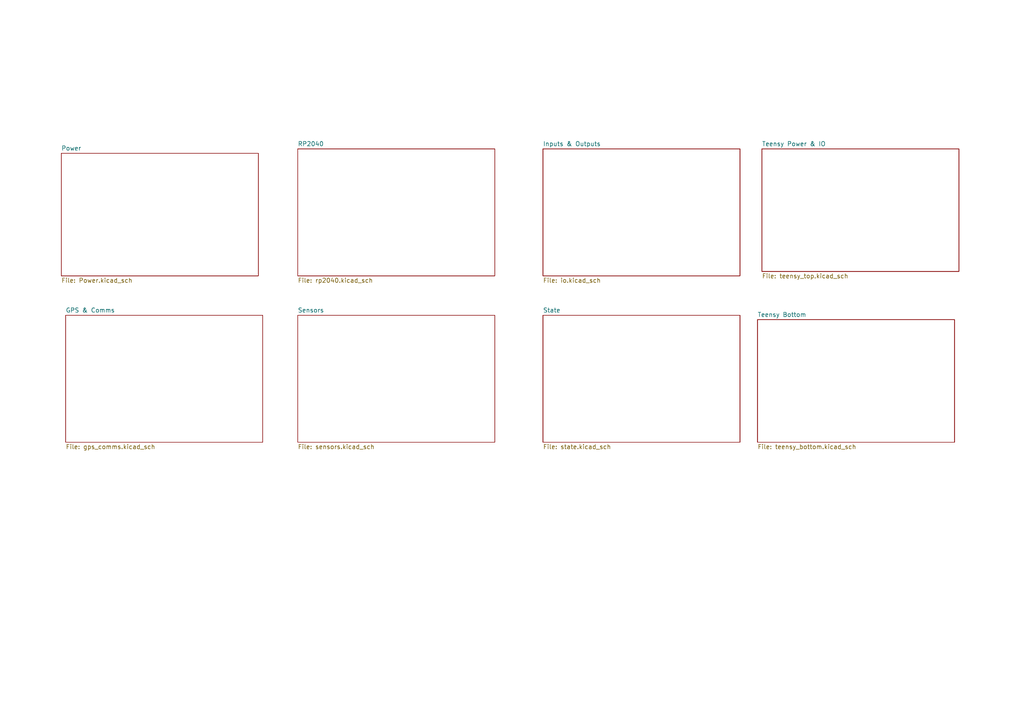
<source format=kicad_sch>
(kicad_sch
	(version 20231120)
	(generator "eeschema")
	(generator_version "8.0")
	(uuid "5b2dc117-dab4-41cc-8dc1-4f45decf8437")
	(paper "A4")
	(title_block
		(title "[Unnamed] FlightPCB ")
		(date "2024-02-01")
		(rev "0.1")
		(company "[Unnamed]")
	)
	(lib_symbols)
	(sheet
		(at 19.05 91.44)
		(size 57.15 36.83)
		(fields_autoplaced yes)
		(stroke
			(width 0.1524)
			(type solid)
		)
		(fill
			(color 0 0 0 0.0000)
		)
		(uuid "51df0989-c97f-402b-8df5-cde71758b6fc")
		(property "Sheetname" "GPS & Comms"
			(at 19.05 90.7284 0)
			(effects
				(font
					(size 1.27 1.27)
				)
				(justify left bottom)
			)
		)
		(property "Sheetfile" "gps_comms.kicad_sch"
			(at 19.05 128.8546 0)
			(effects
				(font
					(size 1.27 1.27)
				)
				(justify left top)
			)
		)
		(instances
			(project "FlightPCB"
				(path "/5b2dc117-dab4-41cc-8dc1-4f45decf8437"
					(page "3")
				)
			)
		)
	)
	(sheet
		(at 86.36 91.44)
		(size 57.15 36.83)
		(fields_autoplaced yes)
		(stroke
			(width 0.1524)
			(type solid)
		)
		(fill
			(color 0 0 0 0.0000)
		)
		(uuid "643e7afa-48b3-4748-b981-1b2c6fe6c752")
		(property "Sheetname" "Sensors"
			(at 86.36 90.7284 0)
			(effects
				(font
					(size 1.27 1.27)
				)
				(justify left bottom)
			)
		)
		(property "Sheetfile" "sensors.kicad_sch"
			(at 86.36 128.8546 0)
			(effects
				(font
					(size 1.27 1.27)
				)
				(justify left top)
			)
		)
		(instances
			(project "FlightPCB"
				(path "/5b2dc117-dab4-41cc-8dc1-4f45decf8437"
					(page "4")
				)
			)
		)
	)
	(sheet
		(at 17.78 44.45)
		(size 57.15 35.56)
		(fields_autoplaced yes)
		(stroke
			(width 0.1524)
			(type solid)
		)
		(fill
			(color 0 0 0 0.0000)
		)
		(uuid "76baa9cd-79b2-4ef5-8d4c-b78d6b1f604d")
		(property "Sheetname" "Power"
			(at 17.78 43.7384 0)
			(effects
				(font
					(size 1.27 1.27)
				)
				(justify left bottom)
			)
		)
		(property "Sheetfile" "Power.kicad_sch"
			(at 17.78 80.5946 0)
			(effects
				(font
					(size 1.27 1.27)
				)
				(justify left top)
			)
		)
		(instances
			(project "FlightPCB"
				(path "/5b2dc117-dab4-41cc-8dc1-4f45decf8437"
					(page "2")
				)
			)
		)
	)
	(sheet
		(at 220.98 43.18)
		(size 57.15 35.56)
		(fields_autoplaced yes)
		(stroke
			(width 0.1524)
			(type solid)
		)
		(fill
			(color 0 0 0 0.0000)
		)
		(uuid "9002884a-960e-4c9e-8ff6-67efd973c0fb")
		(property "Sheetname" "Teensy Power & IO"
			(at 220.98 42.4684 0)
			(effects
				(font
					(size 1.27 1.27)
				)
				(justify left bottom)
			)
		)
		(property "Sheetfile" "teensy_top.kicad_sch"
			(at 220.98 79.3246 0)
			(effects
				(font
					(size 1.27 1.27)
				)
				(justify left top)
			)
		)
		(instances
			(project "FlightPCB"
				(path "/5b2dc117-dab4-41cc-8dc1-4f45decf8437"
					(page "8")
				)
			)
		)
	)
	(sheet
		(at 157.48 91.44)
		(size 57.15 36.83)
		(fields_autoplaced yes)
		(stroke
			(width 0.1524)
			(type solid)
		)
		(fill
			(color 0 0 0 0.0000)
		)
		(uuid "9484ede4-503b-450e-9d1b-dee6e17f0b8f")
		(property "Sheetname" "State"
			(at 157.48 90.7284 0)
			(effects
				(font
					(size 1.27 1.27)
				)
				(justify left bottom)
			)
		)
		(property "Sheetfile" "state.kicad_sch"
			(at 157.48 128.8546 0)
			(effects
				(font
					(size 1.27 1.27)
				)
				(justify left top)
			)
		)
		(instances
			(project "FlightPCB"
				(path "/5b2dc117-dab4-41cc-8dc1-4f45decf8437"
					(page "7")
				)
			)
		)
	)
	(sheet
		(at 219.71 92.71)
		(size 57.15 35.56)
		(fields_autoplaced yes)
		(stroke
			(width 0.1524)
			(type solid)
		)
		(fill
			(color 0 0 0 0.0000)
		)
		(uuid "9c1fd00b-49f4-400a-9b83-bca2e1cf55d7")
		(property "Sheetname" "Teensy Bottom"
			(at 219.71 91.9984 0)
			(effects
				(font
					(size 1.27 1.27)
				)
				(justify left bottom)
			)
		)
		(property "Sheetfile" "teensy_bottom.kicad_sch"
			(at 219.71 128.8546 0)
			(effects
				(font
					(size 1.27 1.27)
				)
				(justify left top)
			)
		)
		(instances
			(project "FlightPCB"
				(path "/5b2dc117-dab4-41cc-8dc1-4f45decf8437"
					(page "9")
				)
			)
		)
	)
	(sheet
		(at 157.48 43.18)
		(size 57.15 36.83)
		(fields_autoplaced yes)
		(stroke
			(width 0.1524)
			(type solid)
		)
		(fill
			(color 0 0 0 0.0000)
		)
		(uuid "c6e58d5d-ea04-4853-a390-141cdfbe2489")
		(property "Sheetname" "Inputs & Outputs"
			(at 157.48 42.4684 0)
			(effects
				(font
					(size 1.27 1.27)
				)
				(justify left bottom)
			)
		)
		(property "Sheetfile" "io.kicad_sch"
			(at 157.48 80.5946 0)
			(effects
				(font
					(size 1.27 1.27)
				)
				(justify left top)
			)
		)
		(instances
			(project "FlightPCB"
				(path "/5b2dc117-dab4-41cc-8dc1-4f45decf8437"
					(page "6")
				)
			)
		)
	)
	(sheet
		(at 86.36 43.18)
		(size 57.15 36.83)
		(fields_autoplaced yes)
		(stroke
			(width 0.1524)
			(type solid)
		)
		(fill
			(color 0 0 0 0.0000)
		)
		(uuid "d6bae6d2-c087-4955-a046-fe348380d6ca")
		(property "Sheetname" "RP2040"
			(at 86.36 42.4684 0)
			(effects
				(font
					(size 1.27 1.27)
				)
				(justify left bottom)
			)
		)
		(property "Sheetfile" "rp2040.kicad_sch"
			(at 86.36 80.5946 0)
			(effects
				(font
					(size 1.27 1.27)
				)
				(justify left top)
			)
		)
		(instances
			(project "FlightPCB"
				(path "/5b2dc117-dab4-41cc-8dc1-4f45decf8437"
					(page "5")
				)
			)
		)
	)
	(sheet_instances
		(path "/"
			(page "1")
		)
	)
)

</source>
